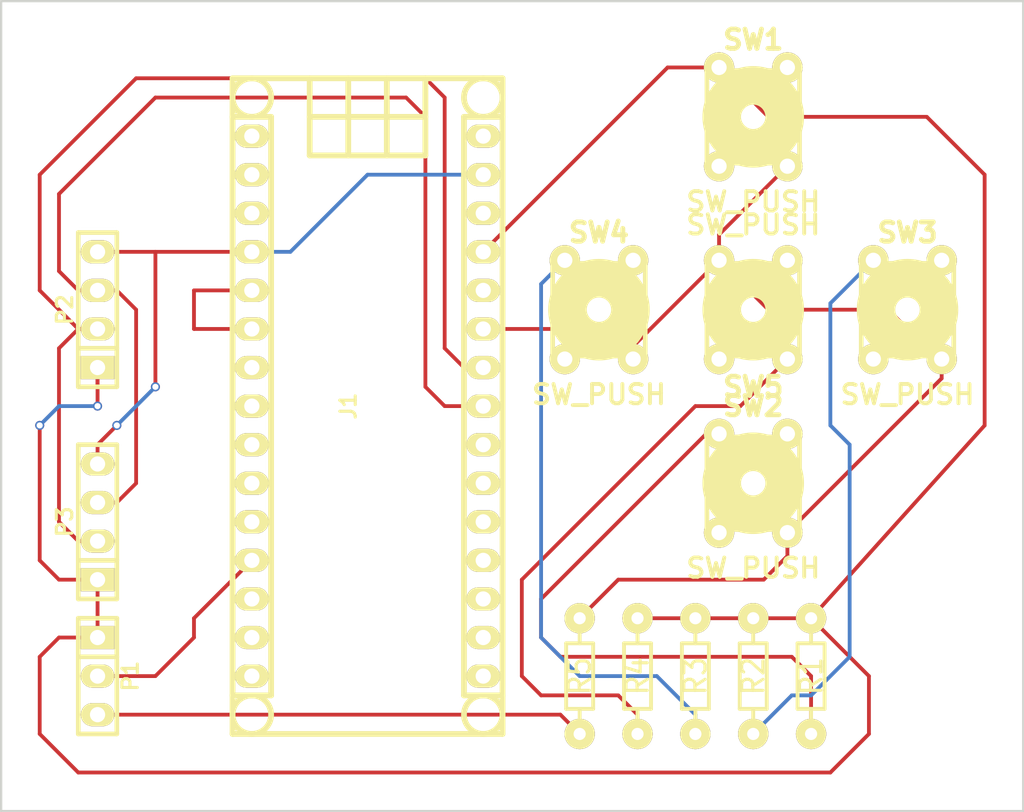
<source format=kicad_pcb>
(kicad_pcb (version 4) (host pcbnew 4.0.5-e0-6337~49~ubuntu16.04.1)

  (general
    (links 29)
    (no_connects 1)
    (area 119.304999 68.504999 186.765001 121.995001)
    (thickness 1.6)
    (drawings 4)
    (tracks 121)
    (zones 0)
    (modules 14)
    (nets 33)
  )

  (page A4)
  (title_block
    (title "mAteo - la stazione meteo di Matteo")
    (date 2017-01-27)
    (rev 0.1)
    (company matteomarchesi)
    (comment 1 https://github.com/matteomarchesi/mAteo)
    (comment 2 https://matteomarchesi.altervista.org)
    (comment 3 matteo.marchesi71@gmail.com)
  )

  (layers
    (0 F.Cu signal)
    (31 B.Cu signal)
    (32 B.Adhes user)
    (33 F.Adhes user)
    (34 B.Paste user)
    (35 F.Paste user)
    (36 B.SilkS user)
    (37 F.SilkS user)
    (38 B.Mask user)
    (39 F.Mask user)
    (40 Dwgs.User user)
    (41 Cmts.User user)
    (42 Eco1.User user)
    (43 Eco2.User user)
    (44 Edge.Cuts user)
    (45 Margin user)
    (46 B.CrtYd user)
    (47 F.CrtYd user)
    (48 B.Fab user)
    (49 F.Fab user)
  )

  (setup
    (last_trace_width 0.25)
    (trace_clearance 0.25)
    (zone_clearance 0.508)
    (zone_45_only no)
    (trace_min 0.2)
    (segment_width 0.2)
    (edge_width 0.15)
    (via_size 0.6)
    (via_drill 0.4)
    (via_min_size 0.4)
    (via_min_drill 0.3)
    (uvia_size 0.3)
    (uvia_drill 0.1)
    (uvias_allowed no)
    (uvia_min_size 0.2)
    (uvia_min_drill 0.1)
    (pcb_text_width 0.3)
    (pcb_text_size 1.5 1.5)
    (mod_edge_width 0.15)
    (mod_text_size 1 1)
    (mod_text_width 0.15)
    (pad_size 1.524 1.524)
    (pad_drill 0.762)
    (pad_to_mask_clearance 0.2)
    (aux_axis_origin 0 0)
    (visible_elements FFFFFF7F)
    (pcbplotparams
      (layerselection 0x00030_80000001)
      (usegerberextensions false)
      (excludeedgelayer true)
      (linewidth 0.100000)
      (plotframeref false)
      (viasonmask false)
      (mode 1)
      (useauxorigin false)
      (hpglpennumber 1)
      (hpglpenspeed 20)
      (hpglpendiameter 15)
      (hpglpenoverlay 2)
      (psnegative false)
      (psa4output false)
      (plotreference true)
      (plotvalue true)
      (plotinvisibletext false)
      (padsonsilk false)
      (subtractmaskfromsilk false)
      (outputformat 1)
      (mirror false)
      (drillshape 1)
      (scaleselection 1)
      (outputdirectory ""))
  )

  (net 0 "")
  (net 1 "Net-(J1-Pad1)")
  (net 2 "Net-(J1-Pad2)")
  (net 3 "Net-(J1-Pad3)")
  (net 4 "Net-(J1-Pad5)")
  (net 5 "Net-(J1-Pad7)")
  (net 6 "Net-(J1-Pad8)")
  (net 7 "Net-(J1-Pad9)")
  (net 8 "Net-(J1-Pad10)")
  (net 9 "Net-(J1-Pad11)")
  (net 10 "Net-(J1-Pad12)")
  (net 11 "Net-(J1-Pad13)")
  (net 12 "Net-(J1-Pad14)")
  (net 13 "Net-(J1-Pad15)")
  (net 14 "Net-(J1-Pad16)")
  (net 15 "Net-(J1-Pad17)")
  (net 16 "Net-(J1-Pad18)")
  (net 17 "Net-(J1-Pad19)")
  (net 18 "Net-(J1-Pad20)")
  (net 19 "Net-(J1-Pad21)")
  (net 20 "Net-(J1-Pad22)")
  (net 21 "Net-(J1-Pad23)")
  (net 22 "Net-(J1-Pad24)")
  (net 23 "Net-(J1-Pad25)")
  (net 24 "Net-(J1-Pad26)")
  (net 25 "Net-(J1-Pad27)")
  (net 26 "Net-(J1-Pad28)")
  (net 27 "Net-(J1-Pad29)")
  (net 28 "Net-(J1-Pad30)")
  (net 29 "Net-(R1-Pad2)")
  (net 30 "Net-(R2-Pad2)")
  (net 31 "Net-(R3-Pad2)")
  (net 32 "Net-(R4-Pad2)")

  (net_class Default "This is the default net class."
    (clearance 0.25)
    (trace_width 0.25)
    (via_dia 0.6)
    (via_drill 0.4)
    (uvia_dia 0.3)
    (uvia_drill 0.1)
    (add_net "Net-(J1-Pad1)")
    (add_net "Net-(J1-Pad10)")
    (add_net "Net-(J1-Pad11)")
    (add_net "Net-(J1-Pad12)")
    (add_net "Net-(J1-Pad13)")
    (add_net "Net-(J1-Pad14)")
    (add_net "Net-(J1-Pad15)")
    (add_net "Net-(J1-Pad16)")
    (add_net "Net-(J1-Pad17)")
    (add_net "Net-(J1-Pad18)")
    (add_net "Net-(J1-Pad19)")
    (add_net "Net-(J1-Pad2)")
    (add_net "Net-(J1-Pad20)")
    (add_net "Net-(J1-Pad21)")
    (add_net "Net-(J1-Pad22)")
    (add_net "Net-(J1-Pad23)")
    (add_net "Net-(J1-Pad24)")
    (add_net "Net-(J1-Pad25)")
    (add_net "Net-(J1-Pad26)")
    (add_net "Net-(J1-Pad27)")
    (add_net "Net-(J1-Pad28)")
    (add_net "Net-(J1-Pad29)")
    (add_net "Net-(J1-Pad3)")
    (add_net "Net-(J1-Pad30)")
    (add_net "Net-(J1-Pad5)")
    (add_net "Net-(J1-Pad7)")
    (add_net "Net-(J1-Pad8)")
    (add_net "Net-(J1-Pad9)")
    (add_net "Net-(R1-Pad2)")
    (add_net "Net-(R2-Pad2)")
    (add_net "Net-(R3-Pad2)")
    (add_net "Net-(R4-Pad2)")
  )

  (module w_conn_misc:arduino_nano_header (layer F.Cu) (tedit 0) (tstamp 58925496)
    (at 143.51 95.25 270)
    (descr "Arduino Nano Header")
    (tags Arduino)
    (path /588BFD70)
    (fp_text reference J1 (at 0 1.27 270) (layer F.SilkS)
      (effects (font (size 1.016 1.016) (thickness 0.2032)))
    )
    (fp_text value Arduino_Nano_Header (at 0 -1.27 270) (layer F.SilkS) hide
      (effects (font (size 1.016 0.889) (thickness 0.2032)))
    )
    (fp_line (start -16.51 -1.27) (end -21.59 -1.27) (layer F.SilkS) (width 0.381))
    (fp_line (start -16.51 1.27) (end -21.59 1.27) (layer F.SilkS) (width 0.381))
    (fp_line (start -19.05 -3.81) (end -19.05 3.81) (layer F.SilkS) (width 0.381))
    (fp_line (start -21.59 -3.81) (end -16.51 -3.81) (layer F.SilkS) (width 0.381))
    (fp_line (start -16.51 -3.81) (end -16.51 3.81) (layer F.SilkS) (width 0.381))
    (fp_line (start -16.51 3.81) (end -21.59 3.81) (layer F.SilkS) (width 0.381))
    (fp_line (start 21.59 -8.89) (end -21.59 -8.89) (layer F.SilkS) (width 0.381))
    (fp_line (start -21.59 8.89) (end 21.59 8.89) (layer F.SilkS) (width 0.381))
    (fp_line (start -21.59 8.89) (end -21.59 -8.89) (layer F.SilkS) (width 0.381))
    (fp_line (start 21.59 8.89) (end 21.59 -8.89) (layer F.SilkS) (width 0.381))
    (fp_circle (center -20.32 -7.62) (end -21.59 -7.62) (layer F.SilkS) (width 0.381))
    (fp_circle (center -20.32 7.62) (end -21.59 7.62) (layer F.SilkS) (width 0.381))
    (fp_circle (center 20.32 -7.62) (end 21.59 -7.62) (layer F.SilkS) (width 0.381))
    (fp_circle (center 20.32 7.62) (end 21.59 7.62) (layer F.SilkS) (width 0.381))
    (fp_line (start 19.05 -6.35) (end -19.05 -6.35) (layer F.SilkS) (width 0.381))
    (fp_line (start -19.05 6.35) (end 19.05 6.35) (layer F.SilkS) (width 0.381))
    (fp_line (start 19.05 8.89) (end 19.05 6.35) (layer F.SilkS) (width 0.381))
    (fp_line (start 19.05 -6.35) (end 19.05 -8.89) (layer F.SilkS) (width 0.381))
    (fp_line (start -19.05 -8.89) (end -19.05 -6.35) (layer F.SilkS) (width 0.381))
    (fp_line (start -19.05 8.89) (end -19.05 6.35) (layer F.SilkS) (width 0.381))
    (pad 1 thru_hole oval (at -17.78 7.62 270) (size 1.524 2.19964) (drill 1.00076) (layers *.Cu *.Mask F.SilkS)
      (net 1 "Net-(J1-Pad1)"))
    (pad 2 thru_hole oval (at -15.24 7.62 270) (size 1.524 2.19964) (drill 1.00076) (layers *.Cu *.Mask F.SilkS)
      (net 2 "Net-(J1-Pad2)"))
    (pad 3 thru_hole oval (at -12.7 7.62 270) (size 1.524 2.19964) (drill 1.00076) (layers *.Cu *.Mask F.SilkS)
      (net 3 "Net-(J1-Pad3)"))
    (pad 4 thru_hole oval (at -10.16 7.62 270) (size 1.524 2.19964) (drill 1.00076) (layers *.Cu *.Mask F.SilkS)
      (net 27 "Net-(J1-Pad29)"))
    (pad 5 thru_hole oval (at -7.62 7.62 270) (size 1.524 2.19964) (drill 1.00076) (layers *.Cu *.Mask F.SilkS)
      (net 4 "Net-(J1-Pad5)"))
    (pad 6 thru_hole oval (at -5.08 7.62 270) (size 1.524 2.19964) (drill 1.00076) (layers *.Cu *.Mask F.SilkS)
      (net 4 "Net-(J1-Pad5)"))
    (pad 7 thru_hole oval (at -2.54 7.62 270) (size 1.524 2.19964) (drill 1.00076) (layers *.Cu *.Mask F.SilkS)
      (net 5 "Net-(J1-Pad7)"))
    (pad 8 thru_hole oval (at 0 7.62 270) (size 1.524 2.19964) (drill 1.00076) (layers *.Cu *.Mask F.SilkS)
      (net 6 "Net-(J1-Pad8)"))
    (pad 9 thru_hole oval (at 2.54 7.62 270) (size 1.524 2.19964) (drill 1.00076) (layers *.Cu *.Mask F.SilkS)
      (net 7 "Net-(J1-Pad9)"))
    (pad 10 thru_hole oval (at 5.08 7.62 270) (size 1.524 2.19964) (drill 1.00076) (layers *.Cu *.Mask F.SilkS)
      (net 8 "Net-(J1-Pad10)"))
    (pad 11 thru_hole oval (at 7.62 7.62 270) (size 1.524 2.19964) (drill 1.00076) (layers *.Cu *.Mask F.SilkS)
      (net 9 "Net-(J1-Pad11)"))
    (pad 12 thru_hole oval (at 10.16 7.62 270) (size 1.524 2.19964) (drill 1.00076) (layers *.Cu *.Mask F.SilkS)
      (net 10 "Net-(J1-Pad12)"))
    (pad 13 thru_hole oval (at 12.7 7.62 270) (size 1.524 2.19964) (drill 1.00076) (layers *.Cu *.Mask F.SilkS)
      (net 11 "Net-(J1-Pad13)"))
    (pad 14 thru_hole oval (at 15.24 7.62 270) (size 1.524 2.19964) (drill 1.00076) (layers *.Cu *.Mask F.SilkS)
      (net 12 "Net-(J1-Pad14)"))
    (pad 15 thru_hole oval (at 17.78 7.62 270) (size 1.524 2.19964) (drill 1.00076) (layers *.Cu *.Mask F.SilkS)
      (net 13 "Net-(J1-Pad15)"))
    (pad 16 thru_hole oval (at 17.78 -7.62 270) (size 1.524 2.19964) (drill 1.00076) (layers *.Cu *.Mask F.SilkS)
      (net 14 "Net-(J1-Pad16)"))
    (pad 17 thru_hole oval (at 15.24 -7.62 270) (size 1.524 2.19964) (drill 1.00076) (layers *.Cu *.Mask F.SilkS)
      (net 15 "Net-(J1-Pad17)"))
    (pad 18 thru_hole oval (at 12.7 -7.62 270) (size 1.524 2.19964) (drill 1.00076) (layers *.Cu *.Mask F.SilkS)
      (net 16 "Net-(J1-Pad18)"))
    (pad 19 thru_hole oval (at 10.16 -7.62 270) (size 1.524 2.19964) (drill 1.00076) (layers *.Cu *.Mask F.SilkS)
      (net 17 "Net-(J1-Pad19)"))
    (pad 20 thru_hole oval (at 7.62 -7.62 270) (size 1.524 2.1971) (drill 1.00076) (layers *.Cu *.Mask F.SilkS)
      (net 18 "Net-(J1-Pad20)"))
    (pad 21 thru_hole oval (at 5.08 -7.62 270) (size 1.524 2.1971) (drill 1.00076) (layers *.Cu *.Mask F.SilkS)
      (net 19 "Net-(J1-Pad21)"))
    (pad 22 thru_hole oval (at 2.54 -7.62 270) (size 1.524 2.1971) (drill 1.00076) (layers *.Cu *.Mask F.SilkS)
      (net 20 "Net-(J1-Pad22)"))
    (pad 23 thru_hole oval (at 0 -7.62 270) (size 1.524 2.1971) (drill 1.00076) (layers *.Cu *.Mask F.SilkS)
      (net 21 "Net-(J1-Pad23)"))
    (pad 24 thru_hole oval (at -2.54 -7.62 270) (size 1.524 2.1971) (drill 0.99822) (layers *.Cu *.Mask F.SilkS)
      (net 22 "Net-(J1-Pad24)"))
    (pad 25 thru_hole oval (at -5.08 -7.62 270) (size 1.524 2.1971) (drill 0.99822) (layers *.Cu *.Mask F.SilkS)
      (net 23 "Net-(J1-Pad25)"))
    (pad 26 thru_hole oval (at -7.62 -7.62 270) (size 1.524 2.1971) (drill 0.99822) (layers *.Cu *.Mask F.SilkS)
      (net 24 "Net-(J1-Pad26)"))
    (pad 27 thru_hole oval (at -10.16 -7.62 270) (size 1.524 2.1971) (drill 0.99822) (layers *.Cu *.Mask F.SilkS)
      (net 25 "Net-(J1-Pad27)"))
    (pad 28 thru_hole oval (at -12.7 -7.62 270) (size 1.524 2.1971) (drill 0.99822) (layers *.Cu *.Mask F.SilkS)
      (net 26 "Net-(J1-Pad28)"))
    (pad 29 thru_hole oval (at -15.24 -7.62 270) (size 1.524 2.1971) (drill 0.99822) (layers *.Cu *.Mask F.SilkS)
      (net 27 "Net-(J1-Pad29)"))
    (pad 30 thru_hole oval (at -17.78 -7.62 270) (size 1.524 2.1971) (drill 0.99822) (layers *.Cu *.Mask F.SilkS)
      (net 28 "Net-(J1-Pad30)"))
    (model walter/conn_misc/arduino_nano_header.wrl
      (at (xyz 0 0 0))
      (scale (xyz 1 1 1))
      (rotate (xyz 0 0 0))
    )
  )

  (module w_pin_strip:pin_strip_3 (layer F.Cu) (tedit 0) (tstamp 5892549D)
    (at 125.73 113.03 270)
    (descr "Pin strip 3pin")
    (tags "CONN DEV")
    (path /588C1241)
    (fp_text reference P1 (at 0 -2.159 270) (layer F.SilkS)
      (effects (font (size 1.016 1.016) (thickness 0.2032)))
    )
    (fp_text value CONN_01X03 (at 0.254 -3.556 270) (layer F.SilkS) hide
      (effects (font (size 1.016 0.889) (thickness 0.2032)))
    )
    (fp_line (start -1.27 1.27) (end -1.27 -1.27) (layer F.SilkS) (width 0.3048))
    (fp_line (start -3.81 -1.27) (end 3.81 -1.27) (layer F.SilkS) (width 0.3048))
    (fp_line (start 3.81 -1.27) (end 3.81 1.27) (layer F.SilkS) (width 0.3048))
    (fp_line (start 3.81 1.27) (end -3.81 1.27) (layer F.SilkS) (width 0.3048))
    (fp_line (start -3.81 1.27) (end -3.81 -1.27) (layer F.SilkS) (width 0.3048))
    (pad 1 thru_hole rect (at -2.54 0 270) (size 1.524 2.19964) (drill 1.00076) (layers *.Cu *.Mask F.SilkS)
      (net 25 "Net-(J1-Pad27)"))
    (pad 2 thru_hole oval (at 0 0 270) (size 1.524 2.19964) (drill 1.00076) (layers *.Cu *.Mask F.SilkS)
      (net 10 "Net-(J1-Pad12)"))
    (pad 3 thru_hole oval (at 2.54 0 270) (size 1.524 2.19964) (drill 1.00076) (layers *.Cu *.Mask F.SilkS)
      (net 27 "Net-(J1-Pad29)"))
    (model walter/pin_strip/pin_strip_3.wrl
      (at (xyz 0 0 0))
      (scale (xyz 1 1 1))
      (rotate (xyz 0 0 0))
    )
  )

  (module w_pin_strip:pin_strip_4 (layer F.Cu) (tedit 0) (tstamp 589254A5)
    (at 125.73 88.9 90)
    (descr "Pin strip 4pin")
    (tags "CONN DEV")
    (path /588C169C)
    (fp_text reference P2 (at 0 -2.159 90) (layer F.SilkS)
      (effects (font (size 1.016 1.016) (thickness 0.2032)))
    )
    (fp_text value CONN_01X04 (at 0.254 -3.556 90) (layer F.SilkS) hide
      (effects (font (size 1.016 0.889) (thickness 0.2032)))
    )
    (fp_line (start -2.54 -1.27) (end -2.54 1.27) (layer F.SilkS) (width 0.3048))
    (fp_line (start 5.08 1.27) (end -5.08 1.27) (layer F.SilkS) (width 0.3048))
    (fp_line (start -5.08 -1.27) (end 5.08 -1.27) (layer F.SilkS) (width 0.3048))
    (fp_line (start -5.08 1.27) (end -5.08 -1.27) (layer F.SilkS) (width 0.3048))
    (fp_line (start 5.08 -1.27) (end 5.08 1.27) (layer F.SilkS) (width 0.3048))
    (pad 1 thru_hole rect (at -3.81 0 90) (size 1.524 2.19964) (drill 1.00076) (layers *.Cu *.Mask F.SilkS)
      (net 25 "Net-(J1-Pad27)"))
    (pad 2 thru_hole oval (at -1.27 0 90) (size 1.524 2.19964) (drill 1.00076) (layers *.Cu *.Mask F.SilkS)
      (net 22 "Net-(J1-Pad24)"))
    (pad 3 thru_hole oval (at 1.27 0 90) (size 1.524 2.19964) (drill 1.00076) (layers *.Cu *.Mask F.SilkS)
      (net 21 "Net-(J1-Pad23)"))
    (pad 4 thru_hole oval (at 3.81 0 90) (size 1.524 2.19964) (drill 1.00076) (layers *.Cu *.Mask F.SilkS)
      (net 27 "Net-(J1-Pad29)"))
    (model walter/pin_strip/pin_strip_4.wrl
      (at (xyz 0 0 0))
      (scale (xyz 1 1 1))
      (rotate (xyz 0 0 0))
    )
  )

  (module w_pin_strip:pin_strip_4 (layer F.Cu) (tedit 0) (tstamp 589254AD)
    (at 125.73 102.87 90)
    (descr "Pin strip 4pin")
    (tags "CONN DEV")
    (path /588C16F7)
    (fp_text reference P3 (at 0 -2.159 90) (layer F.SilkS)
      (effects (font (size 1.016 1.016) (thickness 0.2032)))
    )
    (fp_text value CONN_01X04 (at 0.254 -3.556 90) (layer F.SilkS) hide
      (effects (font (size 1.016 0.889) (thickness 0.2032)))
    )
    (fp_line (start -2.54 -1.27) (end -2.54 1.27) (layer F.SilkS) (width 0.3048))
    (fp_line (start 5.08 1.27) (end -5.08 1.27) (layer F.SilkS) (width 0.3048))
    (fp_line (start -5.08 -1.27) (end 5.08 -1.27) (layer F.SilkS) (width 0.3048))
    (fp_line (start -5.08 1.27) (end -5.08 -1.27) (layer F.SilkS) (width 0.3048))
    (fp_line (start 5.08 -1.27) (end 5.08 1.27) (layer F.SilkS) (width 0.3048))
    (pad 1 thru_hole rect (at -3.81 0 90) (size 1.524 2.19964) (drill 1.00076) (layers *.Cu *.Mask F.SilkS)
      (net 25 "Net-(J1-Pad27)"))
    (pad 2 thru_hole oval (at -1.27 0 90) (size 1.524 2.19964) (drill 1.00076) (layers *.Cu *.Mask F.SilkS)
      (net 22 "Net-(J1-Pad24)"))
    (pad 3 thru_hole oval (at 1.27 0 90) (size 1.524 2.19964) (drill 1.00076) (layers *.Cu *.Mask F.SilkS)
      (net 21 "Net-(J1-Pad23)"))
    (pad 4 thru_hole oval (at 3.81 0 90) (size 1.524 2.19964) (drill 1.00076) (layers *.Cu *.Mask F.SilkS)
      (net 27 "Net-(J1-Pad29)"))
    (model walter/pin_strip/pin_strip_4.wrl
      (at (xyz 0 0 0))
      (scale (xyz 1 1 1))
      (rotate (xyz 0 0 0))
    )
  )

  (module w_pth_resistors:RC03 (layer F.Cu) (tedit 0) (tstamp 589254B3)
    (at 172.72 113.03 270)
    (descr "Resistor, RC03")
    (tags R)
    (path /588BE974)
    (autoplace_cost180 10)
    (fp_text reference R1 (at 0 0 270) (layer F.SilkS)
      (effects (font (size 1.397 1.27) (thickness 0.2032)))
    )
    (fp_text value 220 (at 0 2.032 270) (layer F.SilkS) hide
      (effects (font (size 1.397 1.27) (thickness 0.2032)))
    )
    (fp_line (start 2.159 0) (end 3.81 0) (layer F.SilkS) (width 0.254))
    (fp_line (start -2.159 0) (end -3.81 0) (layer F.SilkS) (width 0.254))
    (fp_line (start -2.159 -0.889) (end -2.159 0.889) (layer F.SilkS) (width 0.254))
    (fp_line (start -2.159 0.889) (end 2.159 0.889) (layer F.SilkS) (width 0.254))
    (fp_line (start 2.159 0.889) (end 2.159 -0.889) (layer F.SilkS) (width 0.254))
    (fp_line (start 2.159 -0.889) (end -2.159 -0.889) (layer F.SilkS) (width 0.254))
    (pad 1 thru_hole circle (at -3.81 0 270) (size 1.99898 1.99898) (drill 0.8001) (layers *.Cu *.Mask F.SilkS)
      (net 25 "Net-(J1-Pad27)"))
    (pad 2 thru_hole circle (at 3.81 0 270) (size 1.99898 1.99898) (drill 0.8001) (layers *.Cu *.Mask F.SilkS)
      (net 29 "Net-(R1-Pad2)"))
    (model walter/pth_resistors/rc03.wrl
      (at (xyz 0 0 0))
      (scale (xyz 1 1 1))
      (rotate (xyz 0 0 0))
    )
  )

  (module w_pth_resistors:RC03 (layer F.Cu) (tedit 0) (tstamp 589254B9)
    (at 168.91 113.03 270)
    (descr "Resistor, RC03")
    (tags R)
    (path /588BE9D2)
    (autoplace_cost180 10)
    (fp_text reference R2 (at 0 0 270) (layer F.SilkS)
      (effects (font (size 1.397 1.27) (thickness 0.2032)))
    )
    (fp_text value 1k (at 0 2.032 270) (layer F.SilkS) hide
      (effects (font (size 1.397 1.27) (thickness 0.2032)))
    )
    (fp_line (start 2.159 0) (end 3.81 0) (layer F.SilkS) (width 0.254))
    (fp_line (start -2.159 0) (end -3.81 0) (layer F.SilkS) (width 0.254))
    (fp_line (start -2.159 -0.889) (end -2.159 0.889) (layer F.SilkS) (width 0.254))
    (fp_line (start -2.159 0.889) (end 2.159 0.889) (layer F.SilkS) (width 0.254))
    (fp_line (start 2.159 0.889) (end 2.159 -0.889) (layer F.SilkS) (width 0.254))
    (fp_line (start 2.159 -0.889) (end -2.159 -0.889) (layer F.SilkS) (width 0.254))
    (pad 1 thru_hole circle (at -3.81 0 270) (size 1.99898 1.99898) (drill 0.8001) (layers *.Cu *.Mask F.SilkS)
      (net 25 "Net-(J1-Pad27)"))
    (pad 2 thru_hole circle (at 3.81 0 270) (size 1.99898 1.99898) (drill 0.8001) (layers *.Cu *.Mask F.SilkS)
      (net 30 "Net-(R2-Pad2)"))
    (model walter/pth_resistors/rc03.wrl
      (at (xyz 0 0 0))
      (scale (xyz 1 1 1))
      (rotate (xyz 0 0 0))
    )
  )

  (module w_pth_resistors:RC03 (layer F.Cu) (tedit 0) (tstamp 589254BF)
    (at 165.1 113.03 270)
    (descr "Resistor, RC03")
    (tags R)
    (path /588BEA8F)
    (autoplace_cost180 10)
    (fp_text reference R3 (at 0 0 270) (layer F.SilkS)
      (effects (font (size 1.397 1.27) (thickness 0.2032)))
    )
    (fp_text value 4.7k (at 0 2.032 270) (layer F.SilkS) hide
      (effects (font (size 1.397 1.27) (thickness 0.2032)))
    )
    (fp_line (start 2.159 0) (end 3.81 0) (layer F.SilkS) (width 0.254))
    (fp_line (start -2.159 0) (end -3.81 0) (layer F.SilkS) (width 0.254))
    (fp_line (start -2.159 -0.889) (end -2.159 0.889) (layer F.SilkS) (width 0.254))
    (fp_line (start -2.159 0.889) (end 2.159 0.889) (layer F.SilkS) (width 0.254))
    (fp_line (start 2.159 0.889) (end 2.159 -0.889) (layer F.SilkS) (width 0.254))
    (fp_line (start 2.159 -0.889) (end -2.159 -0.889) (layer F.SilkS) (width 0.254))
    (pad 1 thru_hole circle (at -3.81 0 270) (size 1.99898 1.99898) (drill 0.8001) (layers *.Cu *.Mask F.SilkS)
      (net 25 "Net-(J1-Pad27)"))
    (pad 2 thru_hole circle (at 3.81 0 270) (size 1.99898 1.99898) (drill 0.8001) (layers *.Cu *.Mask F.SilkS)
      (net 31 "Net-(R3-Pad2)"))
    (model walter/pth_resistors/rc03.wrl
      (at (xyz 0 0 0))
      (scale (xyz 1 1 1))
      (rotate (xyz 0 0 0))
    )
  )

  (module w_pth_resistors:RC03 (layer F.Cu) (tedit 0) (tstamp 589254C5)
    (at 161.29 113.03 270)
    (descr "Resistor, RC03")
    (tags R)
    (path /588BEAC9)
    (autoplace_cost180 10)
    (fp_text reference R4 (at 0 0 270) (layer F.SilkS)
      (effects (font (size 1.397 1.27) (thickness 0.2032)))
    )
    (fp_text value 10k (at 0 2.032 270) (layer F.SilkS) hide
      (effects (font (size 1.397 1.27) (thickness 0.2032)))
    )
    (fp_line (start 2.159 0) (end 3.81 0) (layer F.SilkS) (width 0.254))
    (fp_line (start -2.159 0) (end -3.81 0) (layer F.SilkS) (width 0.254))
    (fp_line (start -2.159 -0.889) (end -2.159 0.889) (layer F.SilkS) (width 0.254))
    (fp_line (start -2.159 0.889) (end 2.159 0.889) (layer F.SilkS) (width 0.254))
    (fp_line (start 2.159 0.889) (end 2.159 -0.889) (layer F.SilkS) (width 0.254))
    (fp_line (start 2.159 -0.889) (end -2.159 -0.889) (layer F.SilkS) (width 0.254))
    (pad 1 thru_hole circle (at -3.81 0 270) (size 1.99898 1.99898) (drill 0.8001) (layers *.Cu *.Mask F.SilkS)
      (net 25 "Net-(J1-Pad27)"))
    (pad 2 thru_hole circle (at 3.81 0 270) (size 1.99898 1.99898) (drill 0.8001) (layers *.Cu *.Mask F.SilkS)
      (net 32 "Net-(R4-Pad2)"))
    (model walter/pth_resistors/rc03.wrl
      (at (xyz 0 0 0))
      (scale (xyz 1 1 1))
      (rotate (xyz 0 0 0))
    )
  )

  (module w_pth_resistors:RC03 (layer F.Cu) (tedit 0) (tstamp 589254CB)
    (at 157.48 113.03 270)
    (descr "Resistor, RC03")
    (tags R)
    (path /588BEB3B)
    (autoplace_cost180 10)
    (fp_text reference R5 (at 0 0 270) (layer F.SilkS)
      (effects (font (size 1.397 1.27) (thickness 0.2032)))
    )
    (fp_text value 10k (at 0 2.032 270) (layer F.SilkS) hide
      (effects (font (size 1.397 1.27) (thickness 0.2032)))
    )
    (fp_line (start 2.159 0) (end 3.81 0) (layer F.SilkS) (width 0.254))
    (fp_line (start -2.159 0) (end -3.81 0) (layer F.SilkS) (width 0.254))
    (fp_line (start -2.159 -0.889) (end -2.159 0.889) (layer F.SilkS) (width 0.254))
    (fp_line (start -2.159 0.889) (end 2.159 0.889) (layer F.SilkS) (width 0.254))
    (fp_line (start 2.159 0.889) (end 2.159 -0.889) (layer F.SilkS) (width 0.254))
    (fp_line (start 2.159 -0.889) (end -2.159 -0.889) (layer F.SilkS) (width 0.254))
    (pad 1 thru_hole circle (at -3.81 0 270) (size 1.99898 1.99898) (drill 0.8001) (layers *.Cu *.Mask F.SilkS)
      (net 23 "Net-(J1-Pad25)"))
    (pad 2 thru_hole circle (at 3.81 0 270) (size 1.99898 1.99898) (drill 0.8001) (layers *.Cu *.Mask F.SilkS)
      (net 27 "Net-(J1-Pad29)"))
    (model walter/pth_resistors/rc03.wrl
      (at (xyz 0 0 0))
      (scale (xyz 1 1 1))
      (rotate (xyz 0 0 0))
    )
  )

  (module w_switch:PCB_PUSH (layer F.Cu) (tedit 0) (tstamp 589254D3)
    (at 168.91 76.2)
    (descr "PCB pushbutton, Tyco FSM6x6 series")
    (tags pushbutton)
    (path /588BEF00)
    (fp_text reference SW1 (at 0 -5.08) (layer F.SilkS)
      (effects (font (size 1.27 1.27) (thickness 0.3175)))
    )
    (fp_text value SW_PUSH (at 0 5.588) (layer F.SilkS)
      (effects (font (size 1.27 1.27) (thickness 0.254)))
    )
    (fp_line (start -3.048 -3.048) (end 3.048 -3.048) (layer F.SilkS) (width 0.3048))
    (fp_line (start 3.048 -3.048) (end 3.048 3.048) (layer F.SilkS) (width 0.3048))
    (fp_line (start 3.048 3.048) (end -3.048 3.048) (layer F.SilkS) (width 0.3048))
    (fp_line (start -3.048 3.048) (end -3.048 -3.048) (layer F.SilkS) (width 0.3048))
    (fp_circle (center 0 0) (end -0.762 0.254) (layer F.SilkS) (width 2.54))
    (pad 1 thru_hole circle (at -2.25044 -3.2512) (size 1.99898 1.99898) (drill 1.00076) (layers *.Cu *.Mask F.SilkS)
      (net 25 "Net-(J1-Pad27)"))
    (pad 2 thru_hole circle (at 2.25044 3.2512) (size 1.99898 1.99898) (drill 1.00076) (layers *.Cu *.Mask F.SilkS)
      (net 23 "Net-(J1-Pad25)"))
    (pad 4 thru_hole circle (at 2.25044 -3.2512) (size 1.99898 1.99898) (drill 1.00076) (layers *.Cu *.Mask F.SilkS))
    (pad 3 thru_hole circle (at -2.25044 3.2512) (size 1.99898 1.99898) (drill 1.00076) (layers *.Cu *.Mask F.SilkS))
    (model walter/switch/pcb_push.wrl
      (at (xyz 0 0 0))
      (scale (xyz 1 1 1))
      (rotate (xyz 0 0 0))
    )
  )

  (module w_switch:PCB_PUSH (layer F.Cu) (tedit 0) (tstamp 589254DB)
    (at 168.91 100.33)
    (descr "PCB pushbutton, Tyco FSM6x6 series")
    (tags pushbutton)
    (path /588BEBEC)
    (fp_text reference SW2 (at 0 -5.08) (layer F.SilkS)
      (effects (font (size 1.27 1.27) (thickness 0.3175)))
    )
    (fp_text value SW_PUSH (at 0 5.588) (layer F.SilkS)
      (effects (font (size 1.27 1.27) (thickness 0.254)))
    )
    (fp_line (start -3.048 -3.048) (end 3.048 -3.048) (layer F.SilkS) (width 0.3048))
    (fp_line (start 3.048 -3.048) (end 3.048 3.048) (layer F.SilkS) (width 0.3048))
    (fp_line (start 3.048 3.048) (end -3.048 3.048) (layer F.SilkS) (width 0.3048))
    (fp_line (start -3.048 3.048) (end -3.048 -3.048) (layer F.SilkS) (width 0.3048))
    (fp_circle (center 0 0) (end -0.762 0.254) (layer F.SilkS) (width 2.54))
    (pad 1 thru_hole circle (at -2.25044 -3.2512) (size 1.99898 1.99898) (drill 1.00076) (layers *.Cu *.Mask F.SilkS)
      (net 29 "Net-(R1-Pad2)"))
    (pad 2 thru_hole circle (at 2.25044 3.2512) (size 1.99898 1.99898) (drill 1.00076) (layers *.Cu *.Mask F.SilkS)
      (net 23 "Net-(J1-Pad25)"))
    (pad 4 thru_hole circle (at 2.25044 -3.2512) (size 1.99898 1.99898) (drill 1.00076) (layers *.Cu *.Mask F.SilkS))
    (pad 3 thru_hole circle (at -2.25044 3.2512) (size 1.99898 1.99898) (drill 1.00076) (layers *.Cu *.Mask F.SilkS))
    (model walter/switch/pcb_push.wrl
      (at (xyz 0 0 0))
      (scale (xyz 1 1 1))
      (rotate (xyz 0 0 0))
    )
  )

  (module w_switch:PCB_PUSH (layer F.Cu) (tedit 0) (tstamp 589254E3)
    (at 179.07 88.9)
    (descr "PCB pushbutton, Tyco FSM6x6 series")
    (tags pushbutton)
    (path /588BEF58)
    (fp_text reference SW3 (at 0 -5.08) (layer F.SilkS)
      (effects (font (size 1.27 1.27) (thickness 0.3175)))
    )
    (fp_text value SW_PUSH (at 0 5.588) (layer F.SilkS)
      (effects (font (size 1.27 1.27) (thickness 0.254)))
    )
    (fp_line (start -3.048 -3.048) (end 3.048 -3.048) (layer F.SilkS) (width 0.3048))
    (fp_line (start 3.048 -3.048) (end 3.048 3.048) (layer F.SilkS) (width 0.3048))
    (fp_line (start 3.048 3.048) (end -3.048 3.048) (layer F.SilkS) (width 0.3048))
    (fp_line (start -3.048 3.048) (end -3.048 -3.048) (layer F.SilkS) (width 0.3048))
    (fp_circle (center 0 0) (end -0.762 0.254) (layer F.SilkS) (width 2.54))
    (pad 1 thru_hole circle (at -2.25044 -3.2512) (size 1.99898 1.99898) (drill 1.00076) (layers *.Cu *.Mask F.SilkS)
      (net 30 "Net-(R2-Pad2)"))
    (pad 2 thru_hole circle (at 2.25044 3.2512) (size 1.99898 1.99898) (drill 1.00076) (layers *.Cu *.Mask F.SilkS)
      (net 23 "Net-(J1-Pad25)"))
    (pad 4 thru_hole circle (at 2.25044 -3.2512) (size 1.99898 1.99898) (drill 1.00076) (layers *.Cu *.Mask F.SilkS))
    (pad 3 thru_hole circle (at -2.25044 3.2512) (size 1.99898 1.99898) (drill 1.00076) (layers *.Cu *.Mask F.SilkS))
    (model walter/switch/pcb_push.wrl
      (at (xyz 0 0 0))
      (scale (xyz 1 1 1))
      (rotate (xyz 0 0 0))
    )
  )

  (module w_switch:PCB_PUSH (layer F.Cu) (tedit 0) (tstamp 589254EB)
    (at 158.75 88.9)
    (descr "PCB pushbutton, Tyco FSM6x6 series")
    (tags pushbutton)
    (path /588BEF90)
    (fp_text reference SW4 (at 0 -5.08) (layer F.SilkS)
      (effects (font (size 1.27 1.27) (thickness 0.3175)))
    )
    (fp_text value SW_PUSH (at 0 5.588) (layer F.SilkS)
      (effects (font (size 1.27 1.27) (thickness 0.254)))
    )
    (fp_line (start -3.048 -3.048) (end 3.048 -3.048) (layer F.SilkS) (width 0.3048))
    (fp_line (start 3.048 -3.048) (end 3.048 3.048) (layer F.SilkS) (width 0.3048))
    (fp_line (start 3.048 3.048) (end -3.048 3.048) (layer F.SilkS) (width 0.3048))
    (fp_line (start -3.048 3.048) (end -3.048 -3.048) (layer F.SilkS) (width 0.3048))
    (fp_circle (center 0 0) (end -0.762 0.254) (layer F.SilkS) (width 2.54))
    (pad 1 thru_hole circle (at -2.25044 -3.2512) (size 1.99898 1.99898) (drill 1.00076) (layers *.Cu *.Mask F.SilkS)
      (net 31 "Net-(R3-Pad2)"))
    (pad 2 thru_hole circle (at 2.25044 3.2512) (size 1.99898 1.99898) (drill 1.00076) (layers *.Cu *.Mask F.SilkS)
      (net 23 "Net-(J1-Pad25)"))
    (pad 4 thru_hole circle (at 2.25044 -3.2512) (size 1.99898 1.99898) (drill 1.00076) (layers *.Cu *.Mask F.SilkS))
    (pad 3 thru_hole circle (at -2.25044 3.2512) (size 1.99898 1.99898) (drill 1.00076) (layers *.Cu *.Mask F.SilkS))
    (model walter/switch/pcb_push.wrl
      (at (xyz 0 0 0))
      (scale (xyz 1 1 1))
      (rotate (xyz 0 0 0))
    )
  )

  (module w_switch:PCB_PUSH (layer F.Cu) (tedit 0) (tstamp 589254F3)
    (at 168.91 88.9 180)
    (descr "PCB pushbutton, Tyco FSM6x6 series")
    (tags pushbutton)
    (path /588BEFCD)
    (fp_text reference SW5 (at 0 -5.08 180) (layer F.SilkS)
      (effects (font (size 1.27 1.27) (thickness 0.3175)))
    )
    (fp_text value SW_PUSH (at 0 5.588 180) (layer F.SilkS)
      (effects (font (size 1.27 1.27) (thickness 0.254)))
    )
    (fp_line (start -3.048 -3.048) (end 3.048 -3.048) (layer F.SilkS) (width 0.3048))
    (fp_line (start 3.048 -3.048) (end 3.048 3.048) (layer F.SilkS) (width 0.3048))
    (fp_line (start 3.048 3.048) (end -3.048 3.048) (layer F.SilkS) (width 0.3048))
    (fp_line (start -3.048 3.048) (end -3.048 -3.048) (layer F.SilkS) (width 0.3048))
    (fp_circle (center 0 0) (end -0.762 0.254) (layer F.SilkS) (width 2.54))
    (pad 1 thru_hole circle (at -2.25044 -3.2512 180) (size 1.99898 1.99898) (drill 1.00076) (layers *.Cu *.Mask F.SilkS)
      (net 32 "Net-(R4-Pad2)"))
    (pad 2 thru_hole circle (at 2.25044 3.2512 180) (size 1.99898 1.99898) (drill 1.00076) (layers *.Cu *.Mask F.SilkS)
      (net 23 "Net-(J1-Pad25)"))
    (pad 4 thru_hole circle (at 2.25044 -3.2512 180) (size 1.99898 1.99898) (drill 1.00076) (layers *.Cu *.Mask F.SilkS))
    (pad 3 thru_hole circle (at -2.25044 3.2512 180) (size 1.99898 1.99898) (drill 1.00076) (layers *.Cu *.Mask F.SilkS))
    (model walter/switch/pcb_push.wrl
      (at (xyz 0 0 0))
      (scale (xyz 1 1 1))
      (rotate (xyz 0 0 0))
    )
  )

  (gr_line (start 119.38 121.92) (end 186.69 121.92) (angle 90) (layer Edge.Cuts) (width 0.15))
  (gr_line (start 119.38 68.58) (end 119.38 121.92) (angle 90) (layer Edge.Cuts) (width 0.15))
  (gr_line (start 186.69 68.58) (end 119.38 68.58) (angle 90) (layer Edge.Cuts) (width 0.15))
  (gr_line (start 186.69 121.92) (end 186.69 68.58) (angle 90) (layer Edge.Cuts) (width 0.15))

  (segment (start 135.89 87.63) (end 132.08 87.63) (width 0.25) (layer F.Cu) (net 4))
  (segment (start 132.08 90.17) (end 135.89 90.17) (width 0.25) (layer F.Cu) (net 4) (tstamp 589336FD))
  (segment (start 132.08 87.63) (end 132.08 90.17) (width 0.25) (layer F.Cu) (net 4) (tstamp 589336FC))
  (segment (start 125.73 113.03) (end 129.54 113.03) (width 0.25) (layer F.Cu) (net 10))
  (segment (start 132.08 109.22) (end 135.89 105.41) (width 0.25) (layer F.Cu) (net 10) (tstamp 58933654))
  (segment (start 132.08 110.49) (end 132.08 109.22) (width 0.25) (layer F.Cu) (net 10) (tstamp 58933650))
  (segment (start 129.54 113.03) (end 132.08 110.49) (width 0.25) (layer F.Cu) (net 10) (tstamp 5893364E))
  (segment (start 125.73 87.63) (end 124.46 87.63) (width 0.25) (layer F.Cu) (net 21))
  (segment (start 147.32 76.2) (end 146.05 74.93) (width 0.25) (layer F.Cu) (net 21))
  (segment (start 148.59 95.25) (end 147.32 93.98) (width 0.25) (layer F.Cu) (net 21) (tstamp 5893376B))
  (segment (start 147.32 93.98) (end 147.32 76.2) (width 0.25) (layer F.Cu) (net 21) (tstamp 5893376E))
  (segment (start 148.59 95.25) (end 151.13 95.25) (width 0.25) (layer F.Cu) (net 21))
  (segment (start 146.05 74.93) (end 129.54 74.93) (width 0.25) (layer F.Cu) (net 21) (tstamp 589337A2))
  (segment (start 123.19 81.28) (end 129.54 74.93) (width 0.25) (layer F.Cu) (net 21) (tstamp 5893A07D))
  (segment (start 123.19 86.36) (end 123.19 81.28) (width 0.25) (layer F.Cu) (net 21) (tstamp 5893A079))
  (segment (start 124.46 87.63) (end 123.19 86.36) (width 0.25) (layer F.Cu) (net 21) (tstamp 5893A076))
  (segment (start 125.73 87.63) (end 127 87.63) (width 0.25) (layer F.Cu) (net 21))
  (segment (start 127 87.63) (end 128.27 88.9) (width 0.25) (layer F.Cu) (net 21) (tstamp 589338F2))
  (segment (start 127 101.6) (end 125.73 101.6) (width 0.25) (layer F.Cu) (net 21) (tstamp 589338F9))
  (segment (start 128.27 100.33) (end 127 101.6) (width 0.25) (layer F.Cu) (net 21) (tstamp 589338F6))
  (segment (start 128.27 88.9) (end 128.27 100.33) (width 0.25) (layer F.Cu) (net 21) (tstamp 589338F4))
  (segment (start 147.32 73.66) (end 128.27 73.66) (width 0.25) (layer F.Cu) (net 22))
  (segment (start 148.59 74.93) (end 147.32 73.66) (width 0.25) (layer F.Cu) (net 22) (tstamp 5893390D))
  (segment (start 151.13 92.71) (end 149.86 92.71) (width 0.25) (layer F.Cu) (net 22))
  (segment (start 149.86 92.71) (end 148.59 91.44) (width 0.25) (layer F.Cu) (net 22) (tstamp 5893375F))
  (segment (start 123.19 88.9) (end 124.46 90.17) (width 0.25) (layer F.Cu) (net 22) (tstamp 58933713))
  (segment (start 148.59 91.44) (end 148.59 74.93) (width 0.25) (layer F.Cu) (net 22))
  (segment (start 121.92 87.63) (end 123.19 88.9) (width 0.25) (layer F.Cu) (net 22) (tstamp 5893A0BE))
  (segment (start 121.92 80.01) (end 121.92 87.63) (width 0.25) (layer F.Cu) (net 22) (tstamp 5893A0BD))
  (segment (start 128.27 73.66) (end 121.92 80.01) (width 0.25) (layer F.Cu) (net 22) (tstamp 5893A0BA))
  (segment (start 125.73 104.14) (end 124.46 104.14) (width 0.25) (layer F.Cu) (net 22))
  (segment (start 123.19 91.44) (end 124.46 90.17) (width 0.25) (layer F.Cu) (net 22) (tstamp 58933901))
  (segment (start 123.19 102.87) (end 123.19 91.44) (width 0.25) (layer F.Cu) (net 22) (tstamp 589338FF))
  (segment (start 124.46 104.14) (end 123.19 102.87) (width 0.25) (layer F.Cu) (net 22) (tstamp 589338FD))
  (segment (start 124.46 90.17) (end 125.73 90.17) (width 0.25) (layer F.Cu) (net 22) (tstamp 58933902))
  (segment (start 125.73 90.17) (end 124.46 90.17) (width 0.25) (layer F.Cu) (net 22))
  (segment (start 166.65956 85.6488) (end 166.65956 83.95208) (width 0.25) (layer F.Cu) (net 23))
  (segment (start 166.65956 83.95208) (end 171.16044 79.4512) (width 0.25) (layer F.Cu) (net 23) (tstamp 589335C8))
  (segment (start 171.16044 103.5812) (end 171.16044 105.12044) (width 0.25) (layer F.Cu) (net 23))
  (segment (start 160.02 106.68) (end 157.48 109.22) (width 0.25) (layer F.Cu) (net 23) (tstamp 589332EA))
  (segment (start 169.60088 106.68) (end 160.02 106.68) (width 0.25) (layer F.Cu) (net 23) (tstamp 589332E8))
  (segment (start 171.16044 105.12044) (end 169.60088 106.68) (width 0.25) (layer F.Cu) (net 23) (tstamp 589332E7))
  (segment (start 181.32044 92.1512) (end 181.32044 93.4212) (width 0.25) (layer F.Cu) (net 23))
  (segment (start 181.32044 93.4212) (end 171.16044 103.5812) (width 0.25) (layer F.Cu) (net 23) (tstamp 589332BB))
  (segment (start 181.32044 92.1512) (end 181.0512 92.1512) (width 0.25) (layer F.Cu) (net 23))
  (segment (start 181.0512 92.1512) (end 177.8 88.9) (width 0.25) (layer F.Cu) (net 23) (tstamp 589332A7))
  (segment (start 177.8 88.9) (end 169.91076 88.9) (width 0.25) (layer F.Cu) (net 23) (tstamp 589332AA))
  (segment (start 169.91076 88.9) (end 166.65956 85.6488) (width 0.25) (layer F.Cu) (net 23) (tstamp 589332AF))
  (segment (start 161.00044 92.1512) (end 161.00044 91.30792) (width 0.25) (layer F.Cu) (net 23))
  (segment (start 161.00044 91.30792) (end 166.65956 85.6488) (width 0.25) (layer F.Cu) (net 23) (tstamp 589332A2))
  (segment (start 151.13 90.17) (end 159.01924 90.17) (width 0.25) (layer F.Cu) (net 23))
  (segment (start 159.01924 90.17) (end 161.00044 92.1512) (width 0.25) (layer F.Cu) (net 23) (tstamp 58933268))
  (segment (start 125.73 106.68) (end 123.19 106.68) (width 0.25) (layer F.Cu) (net 25))
  (segment (start 125.73 95.25) (end 125.73 92.71) (width 0.25) (layer F.Cu) (net 25) (tstamp 5893A0F2))
  (via (at 125.73 95.25) (size 0.6) (drill 0.4) (layers F.Cu B.Cu) (net 25))
  (segment (start 123.19 95.25) (end 125.73 95.25) (width 0.25) (layer B.Cu) (net 25) (tstamp 5893A0EE))
  (segment (start 121.92 96.52) (end 123.19 95.25) (width 0.25) (layer B.Cu) (net 25) (tstamp 5893A0ED))
  (via (at 121.92 96.52) (size 0.6) (drill 0.4) (layers F.Cu B.Cu) (net 25))
  (segment (start 121.92 105.41) (end 121.92 96.52) (width 0.25) (layer F.Cu) (net 25) (tstamp 5893A0E8))
  (segment (start 123.19 106.68) (end 121.92 105.41) (width 0.25) (layer F.Cu) (net 25) (tstamp 5893A0E6))
  (segment (start 125.73 92.71) (end 125.73 93.98) (width 0.25) (layer F.Cu) (net 25) (tstamp 5893A0F3))
  (segment (start 125.73 110.49) (end 123.19 110.49) (width 0.25) (layer F.Cu) (net 25))
  (segment (start 176.53 113.03) (end 172.72 109.22) (width 0.25) (layer F.Cu) (net 25) (tstamp 58933630))
  (segment (start 176.53 116.84) (end 176.53 113.03) (width 0.25) (layer F.Cu) (net 25) (tstamp 5893362E))
  (segment (start 173.99 119.38) (end 176.53 116.84) (width 0.25) (layer F.Cu) (net 25) (tstamp 5893362C))
  (segment (start 124.46 119.38) (end 173.99 119.38) (width 0.25) (layer F.Cu) (net 25) (tstamp 58933625))
  (segment (start 121.92 116.84) (end 124.46 119.38) (width 0.25) (layer F.Cu) (net 25) (tstamp 58933623))
  (segment (start 121.92 111.76) (end 121.92 116.84) (width 0.25) (layer F.Cu) (net 25) (tstamp 58933621))
  (segment (start 123.19 110.49) (end 121.92 111.76) (width 0.25) (layer F.Cu) (net 25) (tstamp 5893361D))
  (segment (start 125.73 110.49) (end 125.73 106.68) (width 0.25) (layer F.Cu) (net 25))
  (segment (start 172.72 109.22) (end 184.15 96.52) (width 0.25) (layer F.Cu) (net 25))
  (segment (start 184.15 96.52) (end 184.15 80.01) (width 0.25) (layer F.Cu) (net 25) (tstamp 58933376))
  (segment (start 184.15 80.01) (end 180.34 76.2) (width 0.25) (layer F.Cu) (net 25) (tstamp 5893337B))
  (segment (start 180.34 76.2) (end 169.91076 76.2) (width 0.25) (layer F.Cu) (net 25) (tstamp 58933380))
  (segment (start 169.91076 76.2) (end 166.65956 72.9488) (width 0.25) (layer F.Cu) (net 25) (tstamp 58933383))
  (segment (start 161.29 109.22) (end 165.1 109.22) (width 0.25) (layer F.Cu) (net 25))
  (segment (start 165.1 109.22) (end 168.91 109.22) (width 0.25) (layer F.Cu) (net 25) (tstamp 58933323))
  (segment (start 172.72 109.22) (end 168.91 109.22) (width 0.25) (layer F.Cu) (net 25))
  (segment (start 166.65956 72.9488) (end 163.2712 72.9488) (width 0.25) (layer F.Cu) (net 25))
  (segment (start 163.2712 72.9488) (end 151.13 85.09) (width 0.25) (layer F.Cu) (net 25) (tstamp 5893321E))
  (segment (start 151.13 80.01) (end 143.51 80.01) (width 0.25) (layer B.Cu) (net 27))
  (segment (start 138.43 85.09) (end 135.89 85.09) (width 0.25) (layer B.Cu) (net 27) (tstamp 5893A2C4))
  (segment (start 143.51 80.01) (end 138.43 85.09) (width 0.25) (layer B.Cu) (net 27) (tstamp 5893A2C0))
  (segment (start 125.73 115.57) (end 156.21 115.57) (width 0.25) (layer F.Cu) (net 27))
  (segment (start 156.21 115.57) (end 157.48 116.84) (width 0.25) (layer F.Cu) (net 27) (tstamp 5893A12B))
  (segment (start 125.73 99.06) (end 125.73 97.79) (width 0.25) (layer F.Cu) (net 27))
  (segment (start 129.54 93.98) (end 129.54 85.09) (width 0.25) (layer F.Cu) (net 27) (tstamp 5893A113))
  (via (at 129.54 93.98) (size 0.6) (drill 0.4) (layers F.Cu B.Cu) (net 27))
  (segment (start 127 96.52) (end 129.54 93.98) (width 0.25) (layer B.Cu) (net 27) (tstamp 5893A110))
  (via (at 127 96.52) (size 0.6) (drill 0.4) (layers F.Cu B.Cu) (net 27))
  (segment (start 125.73 97.79) (end 127 96.52) (width 0.25) (layer F.Cu) (net 27) (tstamp 5893A107))
  (segment (start 125.73 85.09) (end 129.54 85.09) (width 0.25) (layer F.Cu) (net 27))
  (segment (start 129.54 85.09) (end 135.89 85.09) (width 0.25) (layer F.Cu) (net 27) (tstamp 5893A116))
  (segment (start 166.65956 97.0788) (end 165.8112 97.0788) (width 0.25) (layer F.Cu) (net 29))
  (segment (start 165.8112 97.0788) (end 154.94 107.95) (width 0.25) (layer F.Cu) (net 29) (tstamp 5893340C))
  (segment (start 154.94 107.95) (end 154.94 110.49) (width 0.25) (layer F.Cu) (net 29) (tstamp 5893340F))
  (segment (start 154.94 110.49) (end 156.21 111.76) (width 0.25) (layer F.Cu) (net 29) (tstamp 58933414))
  (segment (start 156.21 111.76) (end 171.45 111.76) (width 0.25) (layer F.Cu) (net 29) (tstamp 58933416))
  (segment (start 171.45 111.76) (end 172.72 113.03) (width 0.25) (layer F.Cu) (net 29) (tstamp 5893341B))
  (segment (start 172.72 113.03) (end 172.72 116.84) (width 0.25) (layer F.Cu) (net 29) (tstamp 5893341F))
  (segment (start 168.91 116.84) (end 171.45 114.3) (width 0.25) (layer B.Cu) (net 30))
  (segment (start 173.99 88.47836) (end 176.81956 85.6488) (width 0.25) (layer B.Cu) (net 30) (tstamp 58933577))
  (segment (start 173.99 96.52) (end 173.99 88.47836) (width 0.25) (layer B.Cu) (net 30) (tstamp 58933575))
  (segment (start 175.26 97.79) (end 173.99 96.52) (width 0.25) (layer B.Cu) (net 30) (tstamp 58933573))
  (segment (start 175.26 111.76) (end 175.26 97.79) (width 0.25) (layer B.Cu) (net 30) (tstamp 58933571))
  (segment (start 172.72 114.3) (end 175.26 111.76) (width 0.25) (layer B.Cu) (net 30) (tstamp 5893356B))
  (segment (start 171.45 114.3) (end 172.72 114.3) (width 0.25) (layer B.Cu) (net 30) (tstamp 58933566))
  (segment (start 165.1 116.84) (end 165.1 115.57) (width 0.25) (layer B.Cu) (net 31))
  (segment (start 154.94 87.20836) (end 156.49956 85.6488) (width 0.25) (layer B.Cu) (net 31) (tstamp 58933557))
  (segment (start 154.94 110.49) (end 154.94 87.20836) (width 0.25) (layer B.Cu) (net 31) (tstamp 58933550))
  (segment (start 157.48 113.03) (end 154.94 110.49) (width 0.25) (layer B.Cu) (net 31) (tstamp 5893354E))
  (segment (start 162.56 113.03) (end 157.48 113.03) (width 0.25) (layer B.Cu) (net 31) (tstamp 5893354B))
  (segment (start 165.1 115.57) (end 162.56 113.03) (width 0.25) (layer B.Cu) (net 31) (tstamp 58933546))
  (segment (start 161.29 116.84) (end 161.29 115.57) (width 0.25) (layer F.Cu) (net 32))
  (segment (start 168.06164 95.25) (end 171.16044 92.1512) (width 0.25) (layer F.Cu) (net 32) (tstamp 589333D0))
  (segment (start 165.1 95.25) (end 168.06164 95.25) (width 0.25) (layer F.Cu) (net 32) (tstamp 589333CB))
  (segment (start 153.67 106.68) (end 165.1 95.25) (width 0.25) (layer F.Cu) (net 32) (tstamp 589333C9))
  (segment (start 153.67 113.03) (end 153.67 106.68) (width 0.25) (layer F.Cu) (net 32) (tstamp 589333C4))
  (segment (start 154.94 114.3) (end 153.67 113.03) (width 0.25) (layer F.Cu) (net 32) (tstamp 589333C1))
  (segment (start 160.02 114.3) (end 154.94 114.3) (width 0.25) (layer F.Cu) (net 32) (tstamp 589333BA))
  (segment (start 161.29 115.57) (end 160.02 114.3) (width 0.25) (layer F.Cu) (net 32) (tstamp 589333B6))

)

</source>
